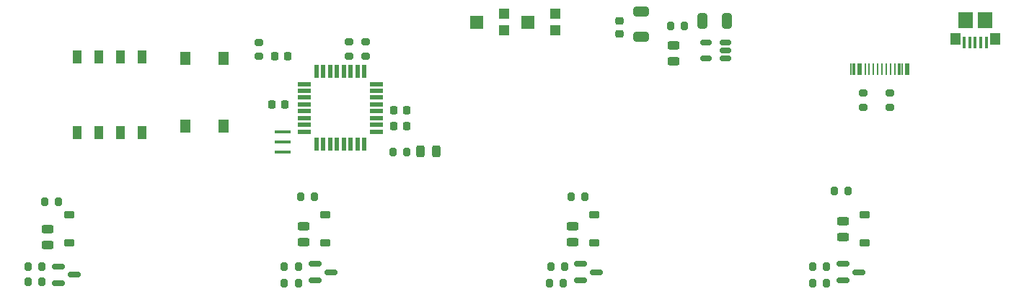
<source format=gtp>
G04 #@! TF.GenerationSoftware,KiCad,Pcbnew,(7.0.0)*
G04 #@! TF.CreationDate,2023-02-25T12:05:00-06:00*
G04 #@! TF.ProjectId,Autorelay,4175746f-7265-46c6-9179-2e6b69636164,1*
G04 #@! TF.SameCoordinates,Original*
G04 #@! TF.FileFunction,Paste,Top*
G04 #@! TF.FilePolarity,Positive*
%FSLAX46Y46*%
G04 Gerber Fmt 4.6, Leading zero omitted, Abs format (unit mm)*
G04 Created by KiCad (PCBNEW (7.0.0)) date 2023-02-25 12:05:00*
%MOMM*%
%LPD*%
G01*
G04 APERTURE LIST*
G04 Aperture macros list*
%AMRoundRect*
0 Rectangle with rounded corners*
0 $1 Rounding radius*
0 $2 $3 $4 $5 $6 $7 $8 $9 X,Y pos of 4 corners*
0 Add a 4 corners polygon primitive as box body*
4,1,4,$2,$3,$4,$5,$6,$7,$8,$9,$2,$3,0*
0 Add four circle primitives for the rounded corners*
1,1,$1+$1,$2,$3*
1,1,$1+$1,$4,$5*
1,1,$1+$1,$6,$7*
1,1,$1+$1,$8,$9*
0 Add four rect primitives between the rounded corners*
20,1,$1+$1,$2,$3,$4,$5,0*
20,1,$1+$1,$4,$5,$6,$7,0*
20,1,$1+$1,$6,$7,$8,$9,0*
20,1,$1+$1,$8,$9,$2,$3,0*%
G04 Aperture macros list end*
%ADD10R,1.200000X1.200000*%
%ADD11R,1.500000X1.600000*%
%ADD12RoundRect,0.225000X-0.375000X0.225000X-0.375000X-0.225000X0.375000X-0.225000X0.375000X0.225000X0*%
%ADD13RoundRect,0.243750X0.456250X-0.243750X0.456250X0.243750X-0.456250X0.243750X-0.456250X-0.243750X0*%
%ADD14RoundRect,0.200000X-0.200000X-0.275000X0.200000X-0.275000X0.200000X0.275000X-0.200000X0.275000X0*%
%ADD15R,1.600000X0.550000*%
%ADD16R,0.550000X1.600000*%
%ADD17RoundRect,0.200000X0.200000X0.275000X-0.200000X0.275000X-0.200000X-0.275000X0.200000X-0.275000X0*%
%ADD18RoundRect,0.225000X-0.225000X-0.250000X0.225000X-0.250000X0.225000X0.250000X-0.225000X0.250000X0*%
%ADD19RoundRect,0.200000X-0.275000X0.200000X-0.275000X-0.200000X0.275000X-0.200000X0.275000X0.200000X0*%
%ADD20RoundRect,0.243750X0.243750X0.456250X-0.243750X0.456250X-0.243750X-0.456250X0.243750X-0.456250X0*%
%ADD21RoundRect,0.150000X0.512500X0.150000X-0.512500X0.150000X-0.512500X-0.150000X0.512500X-0.150000X0*%
%ADD22R,1.100000X1.500000*%
%ADD23R,0.250000X1.450000*%
%ADD24R,0.300000X1.450000*%
%ADD25RoundRect,0.250000X0.650000X-0.325000X0.650000X0.325000X-0.650000X0.325000X-0.650000X-0.325000X0*%
%ADD26RoundRect,0.250000X0.325000X0.650000X-0.325000X0.650000X-0.325000X-0.650000X0.325000X-0.650000X0*%
%ADD27R,0.400000X1.400000*%
%ADD28R,1.150000X1.450000*%
%ADD29R,1.750000X1.900000*%
%ADD30R,1.900000X0.400000*%
%ADD31RoundRect,0.150000X-0.587500X-0.150000X0.587500X-0.150000X0.587500X0.150000X-0.587500X0.150000X0*%
%ADD32RoundRect,0.225000X0.225000X0.250000X-0.225000X0.250000X-0.225000X-0.250000X0.225000X-0.250000X0*%
%ADD33RoundRect,0.243750X-0.456250X0.243750X-0.456250X-0.243750X0.456250X-0.243750X0.456250X0.243750X0*%
%ADD34R,1.300000X1.550000*%
%ADD35RoundRect,0.225000X0.250000X-0.225000X0.250000X0.225000X-0.250000X0.225000X-0.250000X-0.225000X0*%
G04 APERTURE END LIST*
D10*
X157819999Y-72074999D03*
D11*
X154569999Y-71074999D03*
D10*
X157819999Y-70074999D03*
D12*
X194130000Y-93730000D03*
X194130000Y-97030000D03*
X100785000Y-93730000D03*
X100785000Y-97030000D03*
D13*
X159840000Y-96952500D03*
X159840000Y-95077500D03*
D14*
X190575000Y-90935000D03*
X192225000Y-90935000D03*
D15*
X128344999Y-78349999D03*
X128344999Y-79149999D03*
X128344999Y-79949999D03*
X128344999Y-80749999D03*
X128344999Y-81549999D03*
X128344999Y-82349999D03*
X128344999Y-83149999D03*
X128344999Y-83949999D03*
D16*
X129794999Y-85399999D03*
X130594999Y-85399999D03*
X131394999Y-85399999D03*
X132194999Y-85399999D03*
X132994999Y-85399999D03*
X133794999Y-85399999D03*
X134594999Y-85399999D03*
X135394999Y-85399999D03*
D15*
X136844999Y-83949999D03*
X136844999Y-83149999D03*
X136844999Y-82349999D03*
X136844999Y-81549999D03*
X136844999Y-80749999D03*
X136844999Y-79949999D03*
X136844999Y-79149999D03*
X136844999Y-78349999D03*
D16*
X135394999Y-76899999D03*
X134594999Y-76899999D03*
X133794999Y-76899999D03*
X132994999Y-76899999D03*
X132194999Y-76899999D03*
X131394999Y-76899999D03*
X130594999Y-76899999D03*
X129794999Y-76899999D03*
D14*
X171335000Y-71550000D03*
X172985000Y-71550000D03*
D17*
X127655000Y-101730000D03*
X126005000Y-101730000D03*
D14*
X97865000Y-92205000D03*
X99515000Y-92205000D03*
D13*
X128290000Y-96952500D03*
X128290000Y-95077500D03*
D18*
X138860000Y-81410000D03*
X140410000Y-81410000D03*
D14*
X188035000Y-99825000D03*
X189685000Y-99825000D03*
D19*
X123023200Y-73478600D03*
X123023200Y-75128600D03*
D13*
X191590000Y-96317500D03*
X191590000Y-94442500D03*
D12*
X162380000Y-93730000D03*
X162380000Y-97030000D03*
D17*
X189685000Y-101730000D03*
X188035000Y-101730000D03*
D14*
X126005000Y-99825000D03*
X127655000Y-99825000D03*
D20*
X143846600Y-86229400D03*
X141971600Y-86229400D03*
D10*
X151819999Y-72074999D03*
D11*
X148569999Y-71074999D03*
D10*
X151819999Y-70074999D03*
D19*
X135520000Y-73410000D03*
X135520000Y-75060000D03*
D21*
X177800000Y-75360000D03*
X177800000Y-74410000D03*
X177800000Y-73460000D03*
X175525000Y-73460000D03*
X175525000Y-75360000D03*
D18*
X138860000Y-83315000D03*
X140410000Y-83315000D03*
D22*
X101687199Y-84054999D03*
X104227199Y-84054999D03*
X106767199Y-84054999D03*
X109307199Y-84054999D03*
X109307199Y-75154999D03*
X106767199Y-75154999D03*
X104227199Y-75154999D03*
X101687199Y-75154999D03*
D14*
X157300000Y-99825000D03*
X158950000Y-99825000D03*
X159650000Y-91570000D03*
X161300000Y-91570000D03*
D19*
X197115000Y-79425000D03*
X197115000Y-81075000D03*
D23*
X199316199Y-76648199D03*
X198516199Y-76648199D03*
X197191199Y-76648199D03*
X196191199Y-76648199D03*
X195691199Y-76648199D03*
X194691199Y-76648199D03*
X193366199Y-76648199D03*
X192566199Y-76648199D03*
D24*
X192841199Y-76648199D03*
X193641199Y-76648199D03*
D23*
X194191199Y-76648199D03*
X195191199Y-76648199D03*
X196691199Y-76648199D03*
X197691199Y-76648199D03*
D24*
X198241199Y-76648199D03*
X199041199Y-76648199D03*
D25*
X167905000Y-72820000D03*
X167905000Y-69870000D03*
D14*
X138759000Y-86331000D03*
X140409000Y-86331000D03*
X127910000Y-91570000D03*
X129560000Y-91570000D03*
D26*
X178005000Y-70915000D03*
X175055000Y-70915000D03*
D27*
X208440599Y-73486999D03*
X207790599Y-73486999D03*
X207140599Y-73486999D03*
X206490599Y-73486999D03*
X205840599Y-73486999D03*
D28*
X209460599Y-73066999D03*
D29*
X208265599Y-70836999D03*
X206015599Y-70836999D03*
D28*
X204820599Y-73066999D03*
D30*
X125804999Y-86349999D03*
X125804999Y-85149999D03*
X125804999Y-83949999D03*
D31*
X99515000Y-99825000D03*
X99515000Y-101725000D03*
X101390000Y-100775000D03*
D32*
X126085000Y-80775000D03*
X124535000Y-80775000D03*
D18*
X124890000Y-75060000D03*
X126440000Y-75060000D03*
D19*
X193940000Y-79425000D03*
X193940000Y-81075000D03*
X133615000Y-73410000D03*
X133615000Y-75060000D03*
D33*
X171715000Y-73787500D03*
X171715000Y-75662500D03*
D31*
X160807500Y-99510000D03*
X160807500Y-101410000D03*
X162682500Y-100460000D03*
D13*
X98245000Y-97285000D03*
X98245000Y-95410000D03*
D31*
X129590000Y-99510000D03*
X129590000Y-101410000D03*
X131465000Y-100460000D03*
D34*
X114374999Y-83299999D03*
X114374999Y-75349999D03*
X118874999Y-83299999D03*
X118874999Y-75349999D03*
D12*
X130830000Y-93730000D03*
X130830000Y-97030000D03*
D17*
X158760000Y-101730000D03*
X157110000Y-101730000D03*
D31*
X191620000Y-99510000D03*
X191620000Y-101410000D03*
X193495000Y-100460000D03*
D14*
X95930000Y-99825000D03*
X97580000Y-99825000D03*
D35*
X165365000Y-72465000D03*
X165365000Y-70915000D03*
D17*
X97546000Y-101621800D03*
X95896000Y-101621800D03*
M02*

</source>
